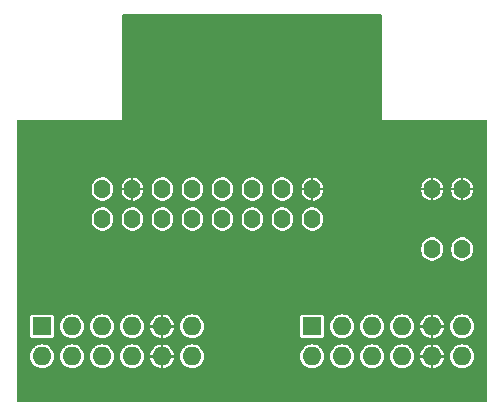
<source format=gbl>
G04 #@! TF.GenerationSoftware,KiCad,Pcbnew,7.0.1*
G04 #@! TF.CreationDate,2023-03-15T08:41:10+09:00*
G04 #@! TF.ProjectId,Pmod_HUB75,506d6f64-5f48-4554-9237-352e6b696361,rev?*
G04 #@! TF.SameCoordinates,Original*
G04 #@! TF.FileFunction,Copper,L2,Bot*
G04 #@! TF.FilePolarity,Positive*
%FSLAX46Y46*%
G04 Gerber Fmt 4.6, Leading zero omitted, Abs format (unit mm)*
G04 Created by KiCad (PCBNEW 7.0.1) date 2023-03-15 08:41:10*
%MOMM*%
%LPD*%
G01*
G04 APERTURE LIST*
G04 #@! TA.AperFunction,ComponentPad*
%ADD10R,1.600000X1.600000*%
G04 #@! TD*
G04 #@! TA.AperFunction,ComponentPad*
%ADD11O,1.600000X1.600000*%
G04 #@! TD*
G04 #@! TA.AperFunction,ComponentPad*
%ADD12O,1.400000X1.600000*%
G04 #@! TD*
G04 #@! TA.AperFunction,ViaPad*
%ADD13C,0.800000*%
G04 #@! TD*
G04 APERTURE END LIST*
D10*
G04 #@! TO.P,J1,1,Pin_1*
G04 #@! TO.N,/PMOD1_P1_D*
X5080000Y-34490000D03*
D11*
G04 #@! TO.P,J1,2,Pin_2*
G04 #@! TO.N,/PMOD1_P2_LAT*
X7620000Y-34490000D03*
G04 #@! TO.P,J1,3,Pin_3*
G04 #@! TO.N,unconnected-(J1-Pin_3-Pad3)*
X10160000Y-34490000D03*
G04 #@! TO.P,J1,4,Pin_4*
G04 #@! TO.N,unconnected-(J1-Pin_4-Pad4)*
X12700000Y-34490000D03*
G04 #@! TO.P,J1,5,Pin_5*
G04 #@! TO.N,GND*
X15240000Y-34490000D03*
G04 #@! TO.P,J1,6,Pin_6*
G04 #@! TO.N,+3V3*
X17780000Y-34490000D03*
G04 #@! TO.P,J1,7,Pin_7*
G04 #@! TO.N,/PMOD1_P7_A*
X5080000Y-37030000D03*
G04 #@! TO.P,J1,8,Pin_8*
G04 #@! TO.N,/PMOD1_P8_C*
X7620000Y-37030000D03*
G04 #@! TO.P,J1,9,Pin_9*
G04 #@! TO.N,/PMOD1_P9_CLK*
X10160000Y-37030000D03*
G04 #@! TO.P,J1,10,Pin_10*
G04 #@! TO.N,/PMOD1_P10_OE*
X12700000Y-37030000D03*
G04 #@! TO.P,J1,11,Pin_11*
G04 #@! TO.N,GND*
X15240000Y-37030000D03*
G04 #@! TO.P,J1,12,Pin_12*
G04 #@! TO.N,+3V3*
X17780000Y-37030000D03*
G04 #@! TD*
D12*
G04 #@! TO.P,J5,1,Pin_1*
G04 #@! TO.N,GND*
X15240000Y-22860000D03*
G04 #@! TO.P,J5,2,Pin_2*
X17780000Y-22860000D03*
G04 #@! TD*
G04 #@! TO.P,J3,1,Pin_1*
G04 #@! TO.N,/PMOD0_P1_R1*
X-12685000Y-25405000D03*
G04 #@! TO.P,J3,2,Pin_2*
G04 #@! TO.N,/PMOD0_P7_G1*
X-12685000Y-22865000D03*
G04 #@! TO.P,J3,3,Pin_3*
G04 #@! TO.N,/PMOD0_P2_B1*
X-10145000Y-25405000D03*
G04 #@! TO.P,J3,4,Pin_4*
G04 #@! TO.N,GND*
X-10145000Y-22865000D03*
G04 #@! TO.P,J3,5,Pin_5*
G04 #@! TO.N,/PMOD0_P3_R2*
X-7605000Y-25405000D03*
G04 #@! TO.P,J3,6,Pin_6*
G04 #@! TO.N,/PMOD0_P8_G2*
X-7605000Y-22865000D03*
G04 #@! TO.P,J3,7,Pin_7*
G04 #@! TO.N,/PMOD0_P4_B2*
X-5065000Y-25405000D03*
G04 #@! TO.P,J3,8,Pin_8*
G04 #@! TO.N,/PMOD0_P9_E*
X-5065000Y-22865000D03*
G04 #@! TO.P,J3,9,Pin_9*
G04 #@! TO.N,/PMOD1_P7_A*
X-2525000Y-25405000D03*
G04 #@! TO.P,J3,10,Pin_10*
G04 #@! TO.N,/PMOD0_P10_B*
X-2525000Y-22865000D03*
G04 #@! TO.P,J3,11,Pin_11*
G04 #@! TO.N,/PMOD1_P8_C*
X15000Y-25405000D03*
G04 #@! TO.P,J3,12,Pin_12*
G04 #@! TO.N,/PMOD1_P1_D*
X15000Y-22865000D03*
G04 #@! TO.P,J3,13,Pin_13*
G04 #@! TO.N,/PMOD1_P9_CLK*
X2555000Y-25405000D03*
G04 #@! TO.P,J3,14,Pin_14*
G04 #@! TO.N,/PMOD1_P2_LAT*
X2555000Y-22865000D03*
G04 #@! TO.P,J3,15,Pin_15*
G04 #@! TO.N,/PMOD1_P10_OE*
X5095000Y-25405000D03*
G04 #@! TO.P,J3,16,Pin_16*
G04 #@! TO.N,GND*
X5095000Y-22865000D03*
G04 #@! TD*
D10*
G04 #@! TO.P,J2,1,Pin_1*
G04 #@! TO.N,/PMOD0_P1_R1*
X-17780000Y-34490000D03*
D11*
G04 #@! TO.P,J2,2,Pin_2*
G04 #@! TO.N,/PMOD0_P2_B1*
X-15240000Y-34490000D03*
G04 #@! TO.P,J2,3,Pin_3*
G04 #@! TO.N,/PMOD0_P3_R2*
X-12700000Y-34490000D03*
G04 #@! TO.P,J2,4,Pin_4*
G04 #@! TO.N,/PMOD0_P4_B2*
X-10160000Y-34490000D03*
G04 #@! TO.P,J2,5,Pin_5*
G04 #@! TO.N,GND*
X-7620000Y-34490000D03*
G04 #@! TO.P,J2,6,Pin_6*
G04 #@! TO.N,+3V3*
X-5080000Y-34490000D03*
G04 #@! TO.P,J2,7,Pin_7*
G04 #@! TO.N,/PMOD0_P7_G1*
X-17780000Y-37030000D03*
G04 #@! TO.P,J2,8,Pin_8*
G04 #@! TO.N,/PMOD0_P8_G2*
X-15240000Y-37030000D03*
G04 #@! TO.P,J2,9,Pin_9*
G04 #@! TO.N,/PMOD0_P9_E*
X-12700000Y-37030000D03*
G04 #@! TO.P,J2,10,Pin_10*
G04 #@! TO.N,/PMOD0_P10_B*
X-10160000Y-37030000D03*
G04 #@! TO.P,J2,11,Pin_11*
G04 #@! TO.N,GND*
X-7620000Y-37030000D03*
G04 #@! TO.P,J2,12,Pin_12*
G04 #@! TO.N,+3V3*
X-5080000Y-37030000D03*
G04 #@! TD*
D12*
G04 #@! TO.P,J4,1,Pin_1*
G04 #@! TO.N,+3V3*
X15240000Y-27940000D03*
G04 #@! TO.P,J4,2,Pin_2*
X17780000Y-27940000D03*
G04 #@! TD*
D13*
G04 #@! TO.N,GND*
X8100000Y-21400000D03*
X-15100000Y-20600000D03*
X-8800000Y-20400000D03*
X-3600000Y-20400000D03*
X3900000Y-20400000D03*
X8400000Y-25600000D03*
X11500000Y-29000000D03*
X-18800000Y-21600000D03*
X-18800000Y-27600000D03*
X-13900000Y-30200000D03*
X-11600000Y-31500000D03*
X7500000Y-31400000D03*
X4000000Y-35900000D03*
X10500000Y-32600000D03*
X6600000Y-32800000D03*
X1000000Y-27300000D03*
X3400000Y-27300000D03*
X5300000Y-26900000D03*
X4500000Y-33000000D03*
X-400000Y-28700000D03*
X-1700000Y-29700000D03*
X-3300000Y-29600000D03*
X-10600000Y-26800000D03*
X-13200000Y-27000000D03*
X-13500000Y-32600000D03*
X-7100000Y-26900000D03*
X-10900000Y-33100000D03*
X-5800000Y-27700000D03*
X-4600000Y-28600000D03*
X-14000000Y-25600000D03*
X-17000000Y-30800000D03*
X-18100000Y-29700000D03*
G04 #@! TD*
G04 #@! TA.AperFunction,Conductor*
G04 #@! TO.N,GND*
G36*
X10950500Y-8088763D02*
G01*
X10986737Y-8125000D01*
X11000000Y-8174500D01*
X11000000Y-17000000D01*
X19825500Y-17000000D01*
X19875000Y-17013263D01*
X19911237Y-17049500D01*
X19924500Y-17099000D01*
X19924500Y-40825500D01*
X19911237Y-40875000D01*
X19875000Y-40911237D01*
X19825500Y-40924500D01*
X-19825500Y-40924500D01*
X-19875000Y-40911237D01*
X-19911237Y-40875000D01*
X-19924500Y-40825500D01*
X-19924500Y-37030000D01*
X-18785341Y-37030000D01*
X-18766024Y-37226132D01*
X-18708814Y-37414727D01*
X-18615910Y-37588538D01*
X-18490883Y-37740883D01*
X-18338538Y-37865910D01*
X-18164727Y-37958814D01*
X-17976132Y-38016024D01*
X-17780000Y-38035341D01*
X-17583868Y-38016024D01*
X-17489570Y-37987419D01*
X-17395272Y-37958814D01*
X-17221463Y-37865911D01*
X-17198298Y-37846900D01*
X-17069117Y-37740883D01*
X-16944090Y-37588538D01*
X-16944088Y-37588536D01*
X-16851185Y-37414727D01*
X-16793975Y-37226130D01*
X-16774658Y-37030000D01*
X-16245341Y-37030000D01*
X-16226024Y-37226132D01*
X-16168814Y-37414727D01*
X-16075910Y-37588538D01*
X-15950883Y-37740883D01*
X-15798538Y-37865910D01*
X-15624727Y-37958814D01*
X-15436132Y-38016024D01*
X-15240000Y-38035341D01*
X-15043868Y-38016024D01*
X-14949570Y-37987419D01*
X-14855272Y-37958814D01*
X-14681463Y-37865911D01*
X-14658298Y-37846900D01*
X-14529117Y-37740883D01*
X-14404090Y-37588538D01*
X-14404088Y-37588536D01*
X-14311185Y-37414727D01*
X-14253975Y-37226130D01*
X-14234658Y-37030000D01*
X-13705341Y-37030000D01*
X-13686024Y-37226132D01*
X-13628814Y-37414727D01*
X-13535910Y-37588538D01*
X-13410883Y-37740883D01*
X-13258538Y-37865910D01*
X-13084727Y-37958814D01*
X-12896132Y-38016024D01*
X-12700000Y-38035341D01*
X-12503868Y-38016024D01*
X-12409570Y-37987419D01*
X-12315272Y-37958814D01*
X-12141463Y-37865911D01*
X-12118298Y-37846900D01*
X-11989117Y-37740883D01*
X-11864090Y-37588538D01*
X-11864088Y-37588536D01*
X-11771185Y-37414727D01*
X-11713975Y-37226130D01*
X-11694658Y-37030000D01*
X-11165341Y-37030000D01*
X-11146024Y-37226132D01*
X-11088814Y-37414727D01*
X-10995910Y-37588538D01*
X-10870883Y-37740883D01*
X-10718538Y-37865910D01*
X-10544727Y-37958814D01*
X-10356132Y-38016024D01*
X-10160000Y-38035341D01*
X-9963868Y-38016024D01*
X-9869570Y-37987419D01*
X-9775272Y-37958814D01*
X-9601463Y-37865911D01*
X-9578298Y-37846900D01*
X-9449117Y-37740883D01*
X-9324090Y-37588538D01*
X-9324088Y-37588536D01*
X-9231185Y-37414727D01*
X-9173975Y-37226130D01*
X-9164507Y-37130000D01*
X-8614990Y-37130000D01*
X-8605530Y-37226034D01*
X-8548350Y-37414536D01*
X-8455495Y-37588254D01*
X-8330527Y-37740527D01*
X-8178254Y-37865495D01*
X-8004536Y-37958350D01*
X-7816034Y-38015530D01*
X-7720000Y-38024990D01*
X-7520000Y-38024990D01*
X-7423965Y-38015530D01*
X-7235463Y-37958350D01*
X-7061745Y-37865495D01*
X-6909472Y-37740527D01*
X-6784504Y-37588254D01*
X-6691649Y-37414536D01*
X-6634469Y-37226034D01*
X-6625010Y-37130000D01*
X-7519999Y-37130000D01*
X-7520000Y-37130001D01*
X-7520000Y-38024990D01*
X-7720000Y-38024990D01*
X-7720000Y-37130001D01*
X-7720001Y-37130000D01*
X-8614990Y-37130000D01*
X-9164507Y-37130000D01*
X-9154658Y-37030000D01*
X-6085341Y-37030000D01*
X-6066024Y-37226132D01*
X-6008814Y-37414727D01*
X-5915910Y-37588538D01*
X-5790883Y-37740883D01*
X-5638538Y-37865910D01*
X-5464727Y-37958814D01*
X-5276132Y-38016024D01*
X-5080000Y-38035341D01*
X-4883868Y-38016024D01*
X-4789570Y-37987419D01*
X-4695272Y-37958814D01*
X-4521463Y-37865911D01*
X-4498298Y-37846900D01*
X-4369117Y-37740883D01*
X-4244090Y-37588538D01*
X-4244088Y-37588536D01*
X-4151185Y-37414727D01*
X-4093975Y-37226130D01*
X-4074658Y-37029999D01*
X4074658Y-37029999D01*
X4093975Y-37226130D01*
X4151185Y-37414727D01*
X4244088Y-37588536D01*
X4244090Y-37588538D01*
X4369117Y-37740883D01*
X4498298Y-37846900D01*
X4521463Y-37865911D01*
X4695272Y-37958814D01*
X4789570Y-37987419D01*
X4883868Y-38016024D01*
X5080000Y-38035341D01*
X5276132Y-38016024D01*
X5464727Y-37958814D01*
X5638538Y-37865910D01*
X5790883Y-37740883D01*
X5915910Y-37588538D01*
X6008814Y-37414727D01*
X6066024Y-37226132D01*
X6085341Y-37030000D01*
X6085341Y-37029999D01*
X6614658Y-37029999D01*
X6633975Y-37226130D01*
X6691185Y-37414727D01*
X6784088Y-37588536D01*
X6784090Y-37588538D01*
X6909117Y-37740883D01*
X7038298Y-37846900D01*
X7061463Y-37865911D01*
X7235272Y-37958814D01*
X7329570Y-37987419D01*
X7423868Y-38016024D01*
X7620000Y-38035341D01*
X7816132Y-38016024D01*
X8004727Y-37958814D01*
X8178538Y-37865910D01*
X8330883Y-37740883D01*
X8455910Y-37588538D01*
X8548814Y-37414727D01*
X8606024Y-37226132D01*
X8625341Y-37030000D01*
X8625341Y-37029999D01*
X9154658Y-37029999D01*
X9173975Y-37226130D01*
X9231185Y-37414727D01*
X9324088Y-37588536D01*
X9324090Y-37588538D01*
X9449117Y-37740883D01*
X9578298Y-37846900D01*
X9601463Y-37865911D01*
X9775272Y-37958814D01*
X9869570Y-37987419D01*
X9963868Y-38016024D01*
X10160000Y-38035341D01*
X10356132Y-38016024D01*
X10544727Y-37958814D01*
X10718538Y-37865910D01*
X10870883Y-37740883D01*
X10995910Y-37588538D01*
X11088814Y-37414727D01*
X11146024Y-37226132D01*
X11165341Y-37030000D01*
X11165341Y-37029999D01*
X11694658Y-37029999D01*
X11713975Y-37226130D01*
X11771185Y-37414727D01*
X11864088Y-37588536D01*
X11864090Y-37588538D01*
X11989117Y-37740883D01*
X12118298Y-37846900D01*
X12141463Y-37865911D01*
X12315272Y-37958814D01*
X12409570Y-37987419D01*
X12503868Y-38016024D01*
X12700000Y-38035341D01*
X12896132Y-38016024D01*
X13084727Y-37958814D01*
X13258538Y-37865910D01*
X13410883Y-37740883D01*
X13535910Y-37588538D01*
X13628814Y-37414727D01*
X13686024Y-37226132D01*
X13695492Y-37130000D01*
X14245010Y-37130000D01*
X14254469Y-37226034D01*
X14311649Y-37414536D01*
X14404504Y-37588254D01*
X14529472Y-37740527D01*
X14681745Y-37865495D01*
X14855463Y-37958350D01*
X15043965Y-38015530D01*
X15140000Y-38024990D01*
X15340000Y-38024990D01*
X15436034Y-38015530D01*
X15624536Y-37958350D01*
X15798254Y-37865495D01*
X15950527Y-37740527D01*
X16075495Y-37588254D01*
X16168350Y-37414536D01*
X16225530Y-37226034D01*
X16234990Y-37130000D01*
X15340001Y-37130000D01*
X15340000Y-37130001D01*
X15340000Y-38024990D01*
X15140000Y-38024990D01*
X15140000Y-37130001D01*
X15139999Y-37130000D01*
X14245010Y-37130000D01*
X13695492Y-37130000D01*
X13705341Y-37030000D01*
X16774658Y-37030000D01*
X16793975Y-37226130D01*
X16851185Y-37414727D01*
X16944088Y-37588536D01*
X16944090Y-37588538D01*
X17069117Y-37740883D01*
X17198298Y-37846900D01*
X17221463Y-37865911D01*
X17395272Y-37958814D01*
X17489570Y-37987419D01*
X17583868Y-38016024D01*
X17780000Y-38035341D01*
X17976132Y-38016024D01*
X18164727Y-37958814D01*
X18338538Y-37865910D01*
X18490883Y-37740883D01*
X18615910Y-37588538D01*
X18708814Y-37414727D01*
X18766024Y-37226132D01*
X18785341Y-37030000D01*
X18766024Y-36833868D01*
X18708814Y-36645273D01*
X18708814Y-36645272D01*
X18615911Y-36471463D01*
X18596900Y-36448298D01*
X18490883Y-36319117D01*
X18384864Y-36232109D01*
X18338536Y-36194088D01*
X18164727Y-36101185D01*
X17976130Y-36043975D01*
X17780000Y-36024658D01*
X17583869Y-36043975D01*
X17395272Y-36101185D01*
X17221463Y-36194088D01*
X17069117Y-36319117D01*
X16944088Y-36471463D01*
X16851185Y-36645272D01*
X16793975Y-36833869D01*
X16774658Y-37030000D01*
X13705341Y-37030000D01*
X13695492Y-36930000D01*
X14245009Y-36930000D01*
X15139999Y-36930000D01*
X15140000Y-36929999D01*
X15140000Y-36035009D01*
X15339999Y-36035009D01*
X15340000Y-36035010D01*
X15340000Y-36929999D01*
X15340001Y-36930000D01*
X16234990Y-36930000D01*
X16225530Y-36833965D01*
X16168350Y-36645463D01*
X16075495Y-36471745D01*
X15950527Y-36319472D01*
X15798254Y-36194504D01*
X15624536Y-36101649D01*
X15436034Y-36044469D01*
X15339999Y-36035009D01*
X15140000Y-36035009D01*
X15043965Y-36044469D01*
X14855463Y-36101649D01*
X14681745Y-36194504D01*
X14529472Y-36319472D01*
X14404504Y-36471745D01*
X14311649Y-36645463D01*
X14254469Y-36833965D01*
X14245009Y-36930000D01*
X13695492Y-36930000D01*
X13686024Y-36833868D01*
X13628814Y-36645273D01*
X13628814Y-36645272D01*
X13535911Y-36471463D01*
X13516900Y-36448298D01*
X13410883Y-36319117D01*
X13304864Y-36232109D01*
X13258536Y-36194088D01*
X13084727Y-36101185D01*
X12896130Y-36043975D01*
X12700000Y-36024658D01*
X12503869Y-36043975D01*
X12315272Y-36101185D01*
X12141463Y-36194088D01*
X11989117Y-36319117D01*
X11864088Y-36471463D01*
X11771185Y-36645272D01*
X11713975Y-36833869D01*
X11694658Y-37029999D01*
X11165341Y-37029999D01*
X11146024Y-36833868D01*
X11088814Y-36645273D01*
X11088814Y-36645272D01*
X10995911Y-36471463D01*
X10976900Y-36448298D01*
X10870883Y-36319117D01*
X10764864Y-36232109D01*
X10718536Y-36194088D01*
X10544727Y-36101185D01*
X10356130Y-36043975D01*
X10160000Y-36024658D01*
X9963869Y-36043975D01*
X9775272Y-36101185D01*
X9601463Y-36194088D01*
X9449117Y-36319117D01*
X9324088Y-36471463D01*
X9231185Y-36645272D01*
X9173975Y-36833869D01*
X9154658Y-37029999D01*
X8625341Y-37029999D01*
X8606024Y-36833868D01*
X8548814Y-36645273D01*
X8548814Y-36645272D01*
X8455911Y-36471463D01*
X8436900Y-36448298D01*
X8330883Y-36319117D01*
X8224864Y-36232109D01*
X8178536Y-36194088D01*
X8004727Y-36101185D01*
X7816130Y-36043975D01*
X7620000Y-36024658D01*
X7423869Y-36043975D01*
X7235272Y-36101185D01*
X7061463Y-36194088D01*
X6909117Y-36319117D01*
X6784088Y-36471463D01*
X6691185Y-36645272D01*
X6633975Y-36833869D01*
X6614658Y-37029999D01*
X6085341Y-37029999D01*
X6066024Y-36833868D01*
X6008814Y-36645273D01*
X6008814Y-36645272D01*
X5915911Y-36471463D01*
X5896900Y-36448298D01*
X5790883Y-36319117D01*
X5684864Y-36232109D01*
X5638536Y-36194088D01*
X5464727Y-36101185D01*
X5276130Y-36043975D01*
X5080000Y-36024658D01*
X4883869Y-36043975D01*
X4695272Y-36101185D01*
X4521463Y-36194088D01*
X4369117Y-36319117D01*
X4244088Y-36471463D01*
X4151185Y-36645272D01*
X4093975Y-36833869D01*
X4074658Y-37029999D01*
X-4074658Y-37029999D01*
X-4093975Y-36833869D01*
X-4151185Y-36645272D01*
X-4244088Y-36471463D01*
X-4369117Y-36319117D01*
X-4521463Y-36194088D01*
X-4695272Y-36101185D01*
X-4883869Y-36043975D01*
X-5080000Y-36024658D01*
X-5276130Y-36043975D01*
X-5464727Y-36101185D01*
X-5638536Y-36194088D01*
X-5684864Y-36232109D01*
X-5790883Y-36319117D01*
X-5896900Y-36448298D01*
X-5915911Y-36471463D01*
X-6008814Y-36645272D01*
X-6008814Y-36645273D01*
X-6066024Y-36833868D01*
X-6085341Y-37030000D01*
X-9154658Y-37030000D01*
X-9154658Y-37029999D01*
X-9164507Y-36930000D01*
X-8614990Y-36930000D01*
X-7720001Y-36930000D01*
X-7720000Y-36929999D01*
X-7720000Y-36035010D01*
X-7719999Y-36035009D01*
X-7520000Y-36035009D01*
X-7520000Y-36929999D01*
X-7519999Y-36930000D01*
X-6625009Y-36930000D01*
X-6634469Y-36833965D01*
X-6691649Y-36645463D01*
X-6784504Y-36471745D01*
X-6909472Y-36319472D01*
X-7061745Y-36194504D01*
X-7235463Y-36101649D01*
X-7423965Y-36044469D01*
X-7520000Y-36035009D01*
X-7719999Y-36035009D01*
X-7816034Y-36044469D01*
X-8004536Y-36101649D01*
X-8178254Y-36194504D01*
X-8330527Y-36319472D01*
X-8455495Y-36471745D01*
X-8548350Y-36645463D01*
X-8605530Y-36833965D01*
X-8614990Y-36930000D01*
X-9164507Y-36930000D01*
X-9173975Y-36833869D01*
X-9231185Y-36645272D01*
X-9324088Y-36471463D01*
X-9449117Y-36319117D01*
X-9601463Y-36194088D01*
X-9775272Y-36101185D01*
X-9963869Y-36043975D01*
X-10160000Y-36024658D01*
X-10356130Y-36043975D01*
X-10544727Y-36101185D01*
X-10718536Y-36194088D01*
X-10764864Y-36232109D01*
X-10870883Y-36319117D01*
X-10976900Y-36448298D01*
X-10995911Y-36471463D01*
X-11088814Y-36645272D01*
X-11088814Y-36645273D01*
X-11146024Y-36833868D01*
X-11165341Y-37030000D01*
X-11694658Y-37030000D01*
X-11694658Y-37029999D01*
X-11713975Y-36833869D01*
X-11771185Y-36645272D01*
X-11864088Y-36471463D01*
X-11989117Y-36319117D01*
X-12141463Y-36194088D01*
X-12315272Y-36101185D01*
X-12503869Y-36043975D01*
X-12700000Y-36024658D01*
X-12896130Y-36043975D01*
X-13084727Y-36101185D01*
X-13258536Y-36194088D01*
X-13304864Y-36232109D01*
X-13410883Y-36319117D01*
X-13516900Y-36448298D01*
X-13535911Y-36471463D01*
X-13628814Y-36645272D01*
X-13628814Y-36645273D01*
X-13686024Y-36833868D01*
X-13705341Y-37030000D01*
X-14234658Y-37030000D01*
X-14253975Y-36833869D01*
X-14311185Y-36645272D01*
X-14404088Y-36471463D01*
X-14529117Y-36319117D01*
X-14681463Y-36194088D01*
X-14855272Y-36101185D01*
X-15043869Y-36043975D01*
X-15240000Y-36024658D01*
X-15436130Y-36043975D01*
X-15624727Y-36101185D01*
X-15798536Y-36194088D01*
X-15844864Y-36232109D01*
X-15950883Y-36319117D01*
X-16056900Y-36448298D01*
X-16075911Y-36471463D01*
X-16168814Y-36645272D01*
X-16168814Y-36645273D01*
X-16226024Y-36833868D01*
X-16245341Y-37030000D01*
X-16774658Y-37030000D01*
X-16793975Y-36833869D01*
X-16851185Y-36645272D01*
X-16944088Y-36471463D01*
X-17069117Y-36319117D01*
X-17221463Y-36194088D01*
X-17395272Y-36101185D01*
X-17583869Y-36043975D01*
X-17780000Y-36024658D01*
X-17976130Y-36043975D01*
X-18164727Y-36101185D01*
X-18338536Y-36194088D01*
X-18384864Y-36232109D01*
X-18490883Y-36319117D01*
X-18596900Y-36448298D01*
X-18615911Y-36471463D01*
X-18708814Y-36645272D01*
X-18708814Y-36645273D01*
X-18766024Y-36833868D01*
X-18785341Y-37030000D01*
X-19924500Y-37030000D01*
X-19924500Y-35309748D01*
X-18780500Y-35309748D01*
X-18768867Y-35368231D01*
X-18724552Y-35434552D01*
X-18658231Y-35478867D01*
X-18599748Y-35490500D01*
X-16960253Y-35490500D01*
X-16960252Y-35490500D01*
X-16901769Y-35478867D01*
X-16879762Y-35464162D01*
X-16835447Y-35434552D01*
X-16791133Y-35368231D01*
X-16779500Y-35309747D01*
X-16779500Y-34490000D01*
X-16245341Y-34490000D01*
X-16226024Y-34686132D01*
X-16168814Y-34874727D01*
X-16075910Y-35048538D01*
X-15950883Y-35200883D01*
X-15798538Y-35325910D01*
X-15624727Y-35418814D01*
X-15436132Y-35476024D01*
X-15240000Y-35495341D01*
X-15043868Y-35476024D01*
X-14949570Y-35447419D01*
X-14855272Y-35418814D01*
X-14681463Y-35325911D01*
X-14658298Y-35306900D01*
X-14529117Y-35200883D01*
X-14404090Y-35048538D01*
X-14404088Y-35048536D01*
X-14311185Y-34874727D01*
X-14253975Y-34686130D01*
X-14234658Y-34490000D01*
X-13705341Y-34490000D01*
X-13686024Y-34686132D01*
X-13628814Y-34874727D01*
X-13535910Y-35048538D01*
X-13410883Y-35200883D01*
X-13258538Y-35325910D01*
X-13084727Y-35418814D01*
X-12896132Y-35476024D01*
X-12700000Y-35495341D01*
X-12503868Y-35476024D01*
X-12409570Y-35447419D01*
X-12315272Y-35418814D01*
X-12141463Y-35325911D01*
X-12118298Y-35306900D01*
X-11989117Y-35200883D01*
X-11864090Y-35048538D01*
X-11864088Y-35048536D01*
X-11771185Y-34874727D01*
X-11713975Y-34686130D01*
X-11694658Y-34490000D01*
X-11165341Y-34490000D01*
X-11146024Y-34686132D01*
X-11088814Y-34874727D01*
X-10995910Y-35048538D01*
X-10870883Y-35200883D01*
X-10718538Y-35325910D01*
X-10544727Y-35418814D01*
X-10356132Y-35476024D01*
X-10160000Y-35495341D01*
X-9963868Y-35476024D01*
X-9869570Y-35447419D01*
X-9775272Y-35418814D01*
X-9601463Y-35325911D01*
X-9578298Y-35306900D01*
X-9449117Y-35200883D01*
X-9324090Y-35048538D01*
X-9324088Y-35048536D01*
X-9231185Y-34874727D01*
X-9173975Y-34686130D01*
X-9164507Y-34590000D01*
X-8614990Y-34590000D01*
X-8605530Y-34686034D01*
X-8548350Y-34874536D01*
X-8455495Y-35048254D01*
X-8330527Y-35200527D01*
X-8178254Y-35325495D01*
X-8004536Y-35418350D01*
X-7816034Y-35475530D01*
X-7720000Y-35484990D01*
X-7520000Y-35484990D01*
X-7423965Y-35475530D01*
X-7235463Y-35418350D01*
X-7061745Y-35325495D01*
X-6909472Y-35200527D01*
X-6784504Y-35048254D01*
X-6691649Y-34874536D01*
X-6634469Y-34686034D01*
X-6625010Y-34590000D01*
X-7519999Y-34590000D01*
X-7520000Y-34590001D01*
X-7520000Y-35484990D01*
X-7720000Y-35484990D01*
X-7720000Y-34590001D01*
X-7720001Y-34590000D01*
X-8614990Y-34590000D01*
X-9164507Y-34590000D01*
X-9154658Y-34490000D01*
X-6085341Y-34490000D01*
X-6066024Y-34686132D01*
X-6008814Y-34874727D01*
X-5915910Y-35048538D01*
X-5790883Y-35200883D01*
X-5638538Y-35325910D01*
X-5464727Y-35418814D01*
X-5276132Y-35476024D01*
X-5080000Y-35495341D01*
X-4883868Y-35476024D01*
X-4789570Y-35447419D01*
X-4695272Y-35418814D01*
X-4521463Y-35325911D01*
X-4501767Y-35309747D01*
X4079500Y-35309747D01*
X4091133Y-35368231D01*
X4135447Y-35434552D01*
X4179762Y-35464162D01*
X4201769Y-35478867D01*
X4260252Y-35490500D01*
X5899747Y-35490500D01*
X5899748Y-35490500D01*
X5958231Y-35478867D01*
X6024552Y-35434552D01*
X6068867Y-35368231D01*
X6080500Y-35309748D01*
X6080500Y-34490000D01*
X6614658Y-34490000D01*
X6633975Y-34686130D01*
X6691185Y-34874727D01*
X6784088Y-35048536D01*
X6784090Y-35048538D01*
X6909117Y-35200883D01*
X7038298Y-35306900D01*
X7061463Y-35325911D01*
X7235272Y-35418814D01*
X7329570Y-35447419D01*
X7423868Y-35476024D01*
X7620000Y-35495341D01*
X7816132Y-35476024D01*
X8004727Y-35418814D01*
X8178538Y-35325910D01*
X8330883Y-35200883D01*
X8455910Y-35048538D01*
X8548814Y-34874727D01*
X8606024Y-34686132D01*
X8625341Y-34490000D01*
X9154658Y-34490000D01*
X9173975Y-34686130D01*
X9231185Y-34874727D01*
X9324088Y-35048536D01*
X9324090Y-35048538D01*
X9449117Y-35200883D01*
X9578298Y-35306900D01*
X9601463Y-35325911D01*
X9775272Y-35418814D01*
X9869570Y-35447419D01*
X9963868Y-35476024D01*
X10160000Y-35495341D01*
X10356132Y-35476024D01*
X10544727Y-35418814D01*
X10718538Y-35325910D01*
X10870883Y-35200883D01*
X10995910Y-35048538D01*
X11088814Y-34874727D01*
X11146024Y-34686132D01*
X11165341Y-34490000D01*
X11694658Y-34490000D01*
X11713975Y-34686130D01*
X11771185Y-34874727D01*
X11864088Y-35048536D01*
X11864090Y-35048538D01*
X11989117Y-35200883D01*
X12118298Y-35306900D01*
X12141463Y-35325911D01*
X12315272Y-35418814D01*
X12409570Y-35447419D01*
X12503868Y-35476024D01*
X12700000Y-35495341D01*
X12896132Y-35476024D01*
X13084727Y-35418814D01*
X13258538Y-35325910D01*
X13410883Y-35200883D01*
X13535910Y-35048538D01*
X13628814Y-34874727D01*
X13686024Y-34686132D01*
X13695492Y-34590000D01*
X14245010Y-34590000D01*
X14254469Y-34686034D01*
X14311649Y-34874536D01*
X14404504Y-35048254D01*
X14529472Y-35200527D01*
X14681745Y-35325495D01*
X14855463Y-35418350D01*
X15043965Y-35475530D01*
X15140000Y-35484990D01*
X15340000Y-35484990D01*
X15436034Y-35475530D01*
X15624536Y-35418350D01*
X15798254Y-35325495D01*
X15950527Y-35200527D01*
X16075495Y-35048254D01*
X16168350Y-34874536D01*
X16225530Y-34686034D01*
X16234990Y-34590000D01*
X15340001Y-34590000D01*
X15340000Y-34590001D01*
X15340000Y-35484990D01*
X15140000Y-35484990D01*
X15140000Y-34590001D01*
X15139999Y-34590000D01*
X14245010Y-34590000D01*
X13695492Y-34590000D01*
X13705341Y-34490000D01*
X13705341Y-34489999D01*
X16774658Y-34489999D01*
X16793975Y-34686130D01*
X16851185Y-34874727D01*
X16944088Y-35048536D01*
X16944090Y-35048538D01*
X17069117Y-35200883D01*
X17198298Y-35306900D01*
X17221463Y-35325911D01*
X17395272Y-35418814D01*
X17489570Y-35447419D01*
X17583868Y-35476024D01*
X17780000Y-35495341D01*
X17976132Y-35476024D01*
X18164727Y-35418814D01*
X18338538Y-35325910D01*
X18490883Y-35200883D01*
X18615910Y-35048538D01*
X18708814Y-34874727D01*
X18766024Y-34686132D01*
X18785341Y-34490000D01*
X18766024Y-34293868D01*
X18708814Y-34105273D01*
X18708814Y-34105272D01*
X18615911Y-33931463D01*
X18596900Y-33908298D01*
X18490883Y-33779117D01*
X18358233Y-33670253D01*
X18338536Y-33654088D01*
X18164727Y-33561185D01*
X17976130Y-33503975D01*
X17780000Y-33484658D01*
X17583869Y-33503975D01*
X17395272Y-33561185D01*
X17221463Y-33654088D01*
X17069117Y-33779117D01*
X16944088Y-33931463D01*
X16851185Y-34105272D01*
X16793975Y-34293869D01*
X16774658Y-34489999D01*
X13705341Y-34489999D01*
X13695492Y-34390000D01*
X14245009Y-34390000D01*
X15139999Y-34390000D01*
X15140000Y-34389999D01*
X15140000Y-33495009D01*
X15339999Y-33495009D01*
X15340000Y-33495010D01*
X15340000Y-34389999D01*
X15340001Y-34390000D01*
X16234990Y-34390000D01*
X16225530Y-34293965D01*
X16168350Y-34105463D01*
X16075495Y-33931745D01*
X15950527Y-33779472D01*
X15798254Y-33654504D01*
X15624536Y-33561649D01*
X15436034Y-33504469D01*
X15339999Y-33495009D01*
X15140000Y-33495009D01*
X15043965Y-33504469D01*
X14855463Y-33561649D01*
X14681745Y-33654504D01*
X14529472Y-33779472D01*
X14404504Y-33931745D01*
X14311649Y-34105463D01*
X14254469Y-34293965D01*
X14245009Y-34390000D01*
X13695492Y-34390000D01*
X13686024Y-34293868D01*
X13628814Y-34105273D01*
X13628814Y-34105272D01*
X13535911Y-33931463D01*
X13516900Y-33908298D01*
X13410883Y-33779117D01*
X13278233Y-33670253D01*
X13258536Y-33654088D01*
X13084727Y-33561185D01*
X12896130Y-33503975D01*
X12700000Y-33484658D01*
X12503869Y-33503975D01*
X12315272Y-33561185D01*
X12141463Y-33654088D01*
X11989117Y-33779117D01*
X11864088Y-33931463D01*
X11771185Y-34105272D01*
X11713975Y-34293869D01*
X11694658Y-34490000D01*
X11165341Y-34490000D01*
X11146024Y-34293868D01*
X11088814Y-34105273D01*
X11088814Y-34105272D01*
X10995911Y-33931463D01*
X10976900Y-33908298D01*
X10870883Y-33779117D01*
X10738233Y-33670253D01*
X10718536Y-33654088D01*
X10544727Y-33561185D01*
X10356130Y-33503975D01*
X10160000Y-33484658D01*
X9963869Y-33503975D01*
X9775272Y-33561185D01*
X9601463Y-33654088D01*
X9449117Y-33779117D01*
X9324088Y-33931463D01*
X9231185Y-34105272D01*
X9173975Y-34293869D01*
X9154658Y-34490000D01*
X8625341Y-34490000D01*
X8606024Y-34293868D01*
X8548814Y-34105273D01*
X8548814Y-34105272D01*
X8455911Y-33931463D01*
X8436900Y-33908298D01*
X8330883Y-33779117D01*
X8198233Y-33670253D01*
X8178536Y-33654088D01*
X8004727Y-33561185D01*
X7816130Y-33503975D01*
X7620000Y-33484658D01*
X7423869Y-33503975D01*
X7235272Y-33561185D01*
X7061463Y-33654088D01*
X6909117Y-33779117D01*
X6784088Y-33931463D01*
X6691185Y-34105272D01*
X6633975Y-34293869D01*
X6614658Y-34490000D01*
X6080500Y-34490000D01*
X6080500Y-33670252D01*
X6068867Y-33611769D01*
X6054162Y-33589761D01*
X6024552Y-33545447D01*
X5958231Y-33501133D01*
X5899748Y-33489500D01*
X4260252Y-33489500D01*
X4232556Y-33495009D01*
X4201768Y-33501133D01*
X4135447Y-33545447D01*
X4091133Y-33611768D01*
X4091132Y-33611769D01*
X4091133Y-33611769D01*
X4082633Y-33654504D01*
X4079500Y-33670253D01*
X4079500Y-35309747D01*
X-4501767Y-35309747D01*
X-4498298Y-35306900D01*
X-4369117Y-35200883D01*
X-4244090Y-35048538D01*
X-4244088Y-35048536D01*
X-4151185Y-34874727D01*
X-4093975Y-34686130D01*
X-4074658Y-34490000D01*
X-4093975Y-34293869D01*
X-4151185Y-34105272D01*
X-4244088Y-33931463D01*
X-4369117Y-33779117D01*
X-4521463Y-33654088D01*
X-4695272Y-33561185D01*
X-4883869Y-33503975D01*
X-5080000Y-33484658D01*
X-5276130Y-33503975D01*
X-5464727Y-33561185D01*
X-5638536Y-33654088D01*
X-5658233Y-33670253D01*
X-5790883Y-33779117D01*
X-5896900Y-33908298D01*
X-5915911Y-33931463D01*
X-6008814Y-34105272D01*
X-6008814Y-34105273D01*
X-6066024Y-34293868D01*
X-6085341Y-34490000D01*
X-9154658Y-34490000D01*
X-9164507Y-34390000D01*
X-8614990Y-34390000D01*
X-7720001Y-34390000D01*
X-7720000Y-34389999D01*
X-7720000Y-33495010D01*
X-7719999Y-33495009D01*
X-7520000Y-33495009D01*
X-7520000Y-34389999D01*
X-7519999Y-34390000D01*
X-6625009Y-34390000D01*
X-6634469Y-34293965D01*
X-6691649Y-34105463D01*
X-6784504Y-33931745D01*
X-6909472Y-33779472D01*
X-7061745Y-33654504D01*
X-7235463Y-33561649D01*
X-7423965Y-33504469D01*
X-7520000Y-33495009D01*
X-7719999Y-33495009D01*
X-7816034Y-33504469D01*
X-8004536Y-33561649D01*
X-8178254Y-33654504D01*
X-8330527Y-33779472D01*
X-8455495Y-33931745D01*
X-8548350Y-34105463D01*
X-8605530Y-34293965D01*
X-8614990Y-34390000D01*
X-9164507Y-34390000D01*
X-9173975Y-34293869D01*
X-9231185Y-34105272D01*
X-9324088Y-33931463D01*
X-9449117Y-33779117D01*
X-9601463Y-33654088D01*
X-9775272Y-33561185D01*
X-9963869Y-33503975D01*
X-10160000Y-33484658D01*
X-10356130Y-33503975D01*
X-10544727Y-33561185D01*
X-10718536Y-33654088D01*
X-10738233Y-33670253D01*
X-10870883Y-33779117D01*
X-10976900Y-33908298D01*
X-10995911Y-33931463D01*
X-11088814Y-34105272D01*
X-11088814Y-34105273D01*
X-11146024Y-34293868D01*
X-11165341Y-34490000D01*
X-11694658Y-34490000D01*
X-11713975Y-34293869D01*
X-11771185Y-34105272D01*
X-11864088Y-33931463D01*
X-11989117Y-33779117D01*
X-12141463Y-33654088D01*
X-12315272Y-33561185D01*
X-12503869Y-33503975D01*
X-12700000Y-33484658D01*
X-12896130Y-33503975D01*
X-13084727Y-33561185D01*
X-13258536Y-33654088D01*
X-13278233Y-33670253D01*
X-13410883Y-33779117D01*
X-13516900Y-33908298D01*
X-13535911Y-33931463D01*
X-13628814Y-34105272D01*
X-13628814Y-34105273D01*
X-13686024Y-34293868D01*
X-13705341Y-34490000D01*
X-14234658Y-34490000D01*
X-14234658Y-34489999D01*
X-14253975Y-34293869D01*
X-14311185Y-34105272D01*
X-14404088Y-33931463D01*
X-14529117Y-33779117D01*
X-14681463Y-33654088D01*
X-14855272Y-33561185D01*
X-15043869Y-33503975D01*
X-15240000Y-33484658D01*
X-15436130Y-33503975D01*
X-15624727Y-33561185D01*
X-15798536Y-33654088D01*
X-15818233Y-33670253D01*
X-15950883Y-33779117D01*
X-16056900Y-33908298D01*
X-16075911Y-33931463D01*
X-16168814Y-34105272D01*
X-16168814Y-34105273D01*
X-16226024Y-34293868D01*
X-16245341Y-34490000D01*
X-16779500Y-34490000D01*
X-16779500Y-33670253D01*
X-16782633Y-33654504D01*
X-16791133Y-33611769D01*
X-16791132Y-33611769D01*
X-16791133Y-33611768D01*
X-16835447Y-33545447D01*
X-16901768Y-33501133D01*
X-16932556Y-33495009D01*
X-16960252Y-33489500D01*
X-18599748Y-33489500D01*
X-18658231Y-33501133D01*
X-18724552Y-33545447D01*
X-18754162Y-33589761D01*
X-18768867Y-33611769D01*
X-18780500Y-33670252D01*
X-18780500Y-35309748D01*
X-19924500Y-35309748D01*
X-19924500Y-28087189D01*
X14339500Y-28087189D01*
X14354326Y-28228255D01*
X14412821Y-28408284D01*
X14507468Y-28572218D01*
X14634126Y-28712886D01*
X14634129Y-28712888D01*
X14787270Y-28824151D01*
X14960197Y-28901144D01*
X15145354Y-28940500D01*
X15334644Y-28940500D01*
X15334646Y-28940500D01*
X15519803Y-28901144D01*
X15692730Y-28824151D01*
X15845871Y-28712888D01*
X15972533Y-28572216D01*
X16067179Y-28408284D01*
X16125674Y-28228256D01*
X16140500Y-28087192D01*
X16140500Y-28087189D01*
X16879500Y-28087189D01*
X16894326Y-28228255D01*
X16952821Y-28408284D01*
X17047468Y-28572218D01*
X17174126Y-28712886D01*
X17174129Y-28712888D01*
X17327270Y-28824151D01*
X17500197Y-28901144D01*
X17685354Y-28940500D01*
X17874644Y-28940500D01*
X17874646Y-28940500D01*
X18059803Y-28901144D01*
X18232730Y-28824151D01*
X18385871Y-28712888D01*
X18512533Y-28572216D01*
X18607179Y-28408284D01*
X18665674Y-28228256D01*
X18680500Y-28087192D01*
X18680500Y-27792808D01*
X18665674Y-27651744D01*
X18607179Y-27471716D01*
X18512533Y-27307784D01*
X18512532Y-27307783D01*
X18512531Y-27307781D01*
X18385873Y-27167113D01*
X18309300Y-27111480D01*
X18232730Y-27055849D01*
X18232728Y-27055848D01*
X18059804Y-26978856D01*
X17998083Y-26965737D01*
X17874646Y-26939500D01*
X17685354Y-26939500D01*
X17592775Y-26959177D01*
X17500195Y-26978856D01*
X17327271Y-27055848D01*
X17174126Y-27167113D01*
X17047468Y-27307781D01*
X16952821Y-27471715D01*
X16894326Y-27651744D01*
X16879500Y-27792811D01*
X16879500Y-28087189D01*
X16140500Y-28087189D01*
X16140500Y-27792808D01*
X16125674Y-27651744D01*
X16067179Y-27471716D01*
X15972533Y-27307784D01*
X15972532Y-27307783D01*
X15972531Y-27307781D01*
X15845873Y-27167113D01*
X15769300Y-27111480D01*
X15692730Y-27055849D01*
X15692728Y-27055848D01*
X15519804Y-26978856D01*
X15458083Y-26965737D01*
X15334646Y-26939500D01*
X15145354Y-26939500D01*
X15052775Y-26959177D01*
X14960195Y-26978856D01*
X14787271Y-27055848D01*
X14634126Y-27167113D01*
X14507468Y-27307781D01*
X14412821Y-27471715D01*
X14354326Y-27651744D01*
X14339500Y-27792811D01*
X14339500Y-28087189D01*
X-19924500Y-28087189D01*
X-19924500Y-25552192D01*
X-13585500Y-25552192D01*
X-13570674Y-25693256D01*
X-13512179Y-25873284D01*
X-13417533Y-26037216D01*
X-13290871Y-26177888D01*
X-13137730Y-26289151D01*
X-12964803Y-26366144D01*
X-12779646Y-26405500D01*
X-12590356Y-26405500D01*
X-12590354Y-26405500D01*
X-12405197Y-26366144D01*
X-12232270Y-26289151D01*
X-12079129Y-26177888D01*
X-12079126Y-26177886D01*
X-11952468Y-26037218D01*
X-11857821Y-25873284D01*
X-11799326Y-25693255D01*
X-11784500Y-25552192D01*
X-11045500Y-25552192D01*
X-11030674Y-25693256D01*
X-10972179Y-25873284D01*
X-10877533Y-26037216D01*
X-10750871Y-26177888D01*
X-10597730Y-26289151D01*
X-10424803Y-26366144D01*
X-10239646Y-26405500D01*
X-10050356Y-26405500D01*
X-10050354Y-26405500D01*
X-9865197Y-26366144D01*
X-9692270Y-26289151D01*
X-9539129Y-26177888D01*
X-9539126Y-26177886D01*
X-9412468Y-26037218D01*
X-9317821Y-25873284D01*
X-9259326Y-25693255D01*
X-9244500Y-25552192D01*
X-8505500Y-25552192D01*
X-8490674Y-25693256D01*
X-8432179Y-25873284D01*
X-8337533Y-26037216D01*
X-8210871Y-26177888D01*
X-8057730Y-26289151D01*
X-7884803Y-26366144D01*
X-7699646Y-26405500D01*
X-7510356Y-26405500D01*
X-7510354Y-26405500D01*
X-7325197Y-26366144D01*
X-7152270Y-26289151D01*
X-6999129Y-26177888D01*
X-6999126Y-26177886D01*
X-6872468Y-26037218D01*
X-6777821Y-25873284D01*
X-6719326Y-25693255D01*
X-6704500Y-25552192D01*
X-5965500Y-25552192D01*
X-5950674Y-25693256D01*
X-5892179Y-25873284D01*
X-5797533Y-26037216D01*
X-5670871Y-26177888D01*
X-5517730Y-26289151D01*
X-5344803Y-26366144D01*
X-5159646Y-26405500D01*
X-4970356Y-26405500D01*
X-4970354Y-26405500D01*
X-4785197Y-26366144D01*
X-4612270Y-26289151D01*
X-4459129Y-26177888D01*
X-4459126Y-26177886D01*
X-4332468Y-26037218D01*
X-4237821Y-25873284D01*
X-4179326Y-25693255D01*
X-4164500Y-25552192D01*
X-3425500Y-25552192D01*
X-3410674Y-25693256D01*
X-3352179Y-25873284D01*
X-3257533Y-26037216D01*
X-3130871Y-26177888D01*
X-2977730Y-26289151D01*
X-2804803Y-26366144D01*
X-2619646Y-26405500D01*
X-2430356Y-26405500D01*
X-2430354Y-26405500D01*
X-2245197Y-26366144D01*
X-2072270Y-26289151D01*
X-1919129Y-26177888D01*
X-1919126Y-26177886D01*
X-1792468Y-26037218D01*
X-1697821Y-25873284D01*
X-1639326Y-25693255D01*
X-1624500Y-25552192D01*
X-885500Y-25552192D01*
X-870674Y-25693256D01*
X-812179Y-25873284D01*
X-717533Y-26037216D01*
X-590871Y-26177888D01*
X-437730Y-26289151D01*
X-264803Y-26366144D01*
X-79646Y-26405500D01*
X109644Y-26405500D01*
X109646Y-26405500D01*
X294803Y-26366144D01*
X467730Y-26289151D01*
X620871Y-26177888D01*
X747533Y-26037216D01*
X842179Y-25873284D01*
X900674Y-25693256D01*
X915500Y-25552192D01*
X915500Y-25552189D01*
X1654500Y-25552189D01*
X1669326Y-25693255D01*
X1727821Y-25873284D01*
X1822468Y-26037218D01*
X1949126Y-26177886D01*
X1949129Y-26177888D01*
X2102270Y-26289151D01*
X2275197Y-26366144D01*
X2460354Y-26405500D01*
X2649644Y-26405500D01*
X2649646Y-26405500D01*
X2834803Y-26366144D01*
X3007730Y-26289151D01*
X3160871Y-26177888D01*
X3287533Y-26037216D01*
X3382179Y-25873284D01*
X3440674Y-25693256D01*
X3455500Y-25552192D01*
X3455500Y-25552189D01*
X4194500Y-25552189D01*
X4209326Y-25693255D01*
X4267821Y-25873284D01*
X4362468Y-26037218D01*
X4489126Y-26177886D01*
X4489129Y-26177888D01*
X4642270Y-26289151D01*
X4815197Y-26366144D01*
X5000354Y-26405500D01*
X5189644Y-26405500D01*
X5189646Y-26405500D01*
X5374803Y-26366144D01*
X5547730Y-26289151D01*
X5700871Y-26177888D01*
X5827533Y-26037216D01*
X5922179Y-25873284D01*
X5980674Y-25693256D01*
X5995500Y-25552192D01*
X5995500Y-25257808D01*
X5980674Y-25116744D01*
X5922179Y-24936716D01*
X5827533Y-24772784D01*
X5827532Y-24772783D01*
X5827531Y-24772781D01*
X5700873Y-24632113D01*
X5624300Y-24576480D01*
X5547730Y-24520849D01*
X5547728Y-24520848D01*
X5374804Y-24443856D01*
X5313084Y-24430737D01*
X5189646Y-24404500D01*
X5000354Y-24404500D01*
X4907775Y-24424178D01*
X4815195Y-24443856D01*
X4642271Y-24520848D01*
X4489126Y-24632113D01*
X4362468Y-24772781D01*
X4267821Y-24936715D01*
X4209326Y-25116744D01*
X4194500Y-25257811D01*
X4194500Y-25552189D01*
X3455500Y-25552189D01*
X3455500Y-25257808D01*
X3440674Y-25116744D01*
X3382179Y-24936716D01*
X3287533Y-24772784D01*
X3287532Y-24772783D01*
X3287531Y-24772781D01*
X3160873Y-24632113D01*
X3084300Y-24576480D01*
X3007730Y-24520849D01*
X3007728Y-24520848D01*
X2834804Y-24443856D01*
X2773084Y-24430737D01*
X2649646Y-24404500D01*
X2460354Y-24404500D01*
X2367775Y-24424178D01*
X2275195Y-24443856D01*
X2102271Y-24520848D01*
X1949126Y-24632113D01*
X1822468Y-24772781D01*
X1727821Y-24936715D01*
X1669326Y-25116744D01*
X1654500Y-25257811D01*
X1654500Y-25552189D01*
X915500Y-25552189D01*
X915500Y-25257808D01*
X900674Y-25116744D01*
X842179Y-24936716D01*
X747533Y-24772784D01*
X747532Y-24772783D01*
X747531Y-24772781D01*
X620873Y-24632113D01*
X544300Y-24576480D01*
X467730Y-24520849D01*
X467728Y-24520848D01*
X294804Y-24443856D01*
X233084Y-24430737D01*
X109646Y-24404500D01*
X-79646Y-24404500D01*
X-203084Y-24430737D01*
X-264804Y-24443856D01*
X-437728Y-24520848D01*
X-437730Y-24520849D01*
X-514300Y-24576480D01*
X-590873Y-24632113D01*
X-717531Y-24772781D01*
X-717532Y-24772783D01*
X-717533Y-24772784D01*
X-812179Y-24936716D01*
X-870674Y-25116744D01*
X-885500Y-25257808D01*
X-885500Y-25552192D01*
X-1624500Y-25552192D01*
X-1624500Y-25552189D01*
X-1624500Y-25257811D01*
X-1639326Y-25116744D01*
X-1697821Y-24936715D01*
X-1792468Y-24772781D01*
X-1919126Y-24632113D01*
X-2072271Y-24520848D01*
X-2245195Y-24443856D01*
X-2337775Y-24424178D01*
X-2430354Y-24404500D01*
X-2619646Y-24404500D01*
X-2743084Y-24430737D01*
X-2804804Y-24443856D01*
X-2977728Y-24520848D01*
X-2977730Y-24520849D01*
X-3054300Y-24576480D01*
X-3130873Y-24632113D01*
X-3257531Y-24772781D01*
X-3257532Y-24772783D01*
X-3257533Y-24772784D01*
X-3352179Y-24936716D01*
X-3410674Y-25116744D01*
X-3425500Y-25257808D01*
X-3425500Y-25552192D01*
X-4164500Y-25552192D01*
X-4164500Y-25552189D01*
X-4164500Y-25257811D01*
X-4179326Y-25116744D01*
X-4237821Y-24936715D01*
X-4332468Y-24772781D01*
X-4459126Y-24632113D01*
X-4612271Y-24520848D01*
X-4785195Y-24443856D01*
X-4877775Y-24424178D01*
X-4970354Y-24404500D01*
X-5159646Y-24404500D01*
X-5283084Y-24430737D01*
X-5344804Y-24443856D01*
X-5517728Y-24520848D01*
X-5517730Y-24520849D01*
X-5594300Y-24576480D01*
X-5670873Y-24632113D01*
X-5797531Y-24772781D01*
X-5797532Y-24772783D01*
X-5797533Y-24772784D01*
X-5892179Y-24936716D01*
X-5950674Y-25116744D01*
X-5965500Y-25257808D01*
X-5965500Y-25552192D01*
X-6704500Y-25552192D01*
X-6704500Y-25552189D01*
X-6704500Y-25257811D01*
X-6719326Y-25116744D01*
X-6777821Y-24936715D01*
X-6872468Y-24772781D01*
X-6999126Y-24632113D01*
X-7152271Y-24520848D01*
X-7325195Y-24443856D01*
X-7417775Y-24424178D01*
X-7510354Y-24404500D01*
X-7699646Y-24404500D01*
X-7823084Y-24430737D01*
X-7884804Y-24443856D01*
X-8057728Y-24520848D01*
X-8057730Y-24520849D01*
X-8134300Y-24576480D01*
X-8210873Y-24632113D01*
X-8337531Y-24772781D01*
X-8337532Y-24772783D01*
X-8337533Y-24772784D01*
X-8432179Y-24936716D01*
X-8490674Y-25116744D01*
X-8505500Y-25257808D01*
X-8505500Y-25552192D01*
X-9244500Y-25552192D01*
X-9244500Y-25552189D01*
X-9244500Y-25257811D01*
X-9259326Y-25116744D01*
X-9317821Y-24936715D01*
X-9412468Y-24772781D01*
X-9539126Y-24632113D01*
X-9692271Y-24520848D01*
X-9865195Y-24443856D01*
X-9957775Y-24424178D01*
X-10050354Y-24404500D01*
X-10239646Y-24404500D01*
X-10363084Y-24430737D01*
X-10424804Y-24443856D01*
X-10597728Y-24520848D01*
X-10597730Y-24520849D01*
X-10674300Y-24576480D01*
X-10750873Y-24632113D01*
X-10877531Y-24772781D01*
X-10877532Y-24772783D01*
X-10877533Y-24772784D01*
X-10972179Y-24936716D01*
X-11030674Y-25116744D01*
X-11045500Y-25257808D01*
X-11045500Y-25552192D01*
X-11784500Y-25552192D01*
X-11784500Y-25552189D01*
X-11784500Y-25257811D01*
X-11799326Y-25116744D01*
X-11857821Y-24936715D01*
X-11952468Y-24772781D01*
X-12079126Y-24632113D01*
X-12232271Y-24520848D01*
X-12405195Y-24443856D01*
X-12497775Y-24424178D01*
X-12590354Y-24404500D01*
X-12779646Y-24404500D01*
X-12903084Y-24430737D01*
X-12964804Y-24443856D01*
X-13137728Y-24520848D01*
X-13137730Y-24520849D01*
X-13214300Y-24576480D01*
X-13290873Y-24632113D01*
X-13417531Y-24772781D01*
X-13417532Y-24772783D01*
X-13417533Y-24772784D01*
X-13512179Y-24936716D01*
X-13570674Y-25116744D01*
X-13585500Y-25257808D01*
X-13585500Y-25552192D01*
X-19924500Y-25552192D01*
X-19924500Y-23012192D01*
X-13585500Y-23012192D01*
X-13570674Y-23153256D01*
X-13512179Y-23333284D01*
X-13417533Y-23497216D01*
X-13290871Y-23637888D01*
X-13137730Y-23749151D01*
X-12964803Y-23826144D01*
X-12779646Y-23865500D01*
X-12590356Y-23865500D01*
X-12590354Y-23865500D01*
X-12405197Y-23826144D01*
X-12232270Y-23749151D01*
X-12079129Y-23637888D01*
X-12079126Y-23637886D01*
X-11952468Y-23497218D01*
X-11857821Y-23333284D01*
X-11799326Y-23153255D01*
X-11784500Y-23012189D01*
X-11784500Y-23012161D01*
X-11045000Y-23012161D01*
X-11030181Y-23153154D01*
X-10971720Y-23333075D01*
X-10877124Y-23496922D01*
X-10750533Y-23637514D01*
X-10597479Y-23748716D01*
X-10424651Y-23825663D01*
X-10245000Y-23863850D01*
X-10045000Y-23863850D01*
X-9865350Y-23825663D01*
X-9692523Y-23748716D01*
X-9539463Y-23637512D01*
X-9412875Y-23496922D01*
X-9318279Y-23333075D01*
X-9259818Y-23153154D01*
X-9245003Y-23012192D01*
X-8505500Y-23012192D01*
X-8490674Y-23153256D01*
X-8432179Y-23333284D01*
X-8337533Y-23497216D01*
X-8210871Y-23637888D01*
X-8057730Y-23749151D01*
X-7884803Y-23826144D01*
X-7699646Y-23865500D01*
X-7510356Y-23865500D01*
X-7510354Y-23865500D01*
X-7325197Y-23826144D01*
X-7152270Y-23749151D01*
X-6999129Y-23637888D01*
X-6999126Y-23637886D01*
X-6872468Y-23497218D01*
X-6777821Y-23333284D01*
X-6719326Y-23153255D01*
X-6704500Y-23012192D01*
X-5965500Y-23012192D01*
X-5950674Y-23153256D01*
X-5892179Y-23333284D01*
X-5797533Y-23497216D01*
X-5670871Y-23637888D01*
X-5517730Y-23749151D01*
X-5344803Y-23826144D01*
X-5159646Y-23865500D01*
X-4970356Y-23865500D01*
X-4970354Y-23865500D01*
X-4785197Y-23826144D01*
X-4612270Y-23749151D01*
X-4459129Y-23637888D01*
X-4459126Y-23637886D01*
X-4332468Y-23497218D01*
X-4237821Y-23333284D01*
X-4179326Y-23153255D01*
X-4164500Y-23012192D01*
X-3425500Y-23012192D01*
X-3410674Y-23153256D01*
X-3352179Y-23333284D01*
X-3257533Y-23497216D01*
X-3130871Y-23637888D01*
X-2977730Y-23749151D01*
X-2804803Y-23826144D01*
X-2619646Y-23865500D01*
X-2430356Y-23865500D01*
X-2430354Y-23865500D01*
X-2245197Y-23826144D01*
X-2072270Y-23749151D01*
X-1919129Y-23637888D01*
X-1919126Y-23637886D01*
X-1792468Y-23497218D01*
X-1697821Y-23333284D01*
X-1639326Y-23153255D01*
X-1624500Y-23012192D01*
X-885500Y-23012192D01*
X-870674Y-23153256D01*
X-812179Y-23333284D01*
X-717533Y-23497216D01*
X-590871Y-23637888D01*
X-437730Y-23749151D01*
X-264803Y-23826144D01*
X-79646Y-23865500D01*
X109644Y-23865500D01*
X109646Y-23865500D01*
X294803Y-23826144D01*
X467730Y-23749151D01*
X620871Y-23637888D01*
X747533Y-23497216D01*
X842179Y-23333284D01*
X900674Y-23153256D01*
X915500Y-23012192D01*
X915500Y-23012189D01*
X1654500Y-23012189D01*
X1669326Y-23153255D01*
X1727821Y-23333284D01*
X1822468Y-23497218D01*
X1949126Y-23637886D01*
X1949129Y-23637888D01*
X2102270Y-23749151D01*
X2275197Y-23826144D01*
X2460354Y-23865500D01*
X2649644Y-23865500D01*
X2649646Y-23865500D01*
X2834803Y-23826144D01*
X3007730Y-23749151D01*
X3160871Y-23637888D01*
X3287533Y-23497216D01*
X3382179Y-23333284D01*
X3440674Y-23153256D01*
X3455500Y-23012192D01*
X3455500Y-23012161D01*
X4195000Y-23012161D01*
X4209818Y-23153154D01*
X4268279Y-23333075D01*
X4362875Y-23496922D01*
X4489466Y-23637514D01*
X4642520Y-23748716D01*
X4815348Y-23825663D01*
X4995000Y-23863850D01*
X5195000Y-23863850D01*
X5374649Y-23825663D01*
X5547476Y-23748716D01*
X5700536Y-23637512D01*
X5827124Y-23496922D01*
X5921720Y-23333075D01*
X5980181Y-23153154D01*
X5995000Y-23012161D01*
X5995000Y-23007161D01*
X14340000Y-23007161D01*
X14354818Y-23148154D01*
X14413279Y-23328075D01*
X14507875Y-23491922D01*
X14634466Y-23632514D01*
X14787520Y-23743716D01*
X14960348Y-23820663D01*
X15140000Y-23858850D01*
X15340000Y-23858850D01*
X15519649Y-23820663D01*
X15692476Y-23743716D01*
X15845536Y-23632512D01*
X15972124Y-23491922D01*
X16066720Y-23328075D01*
X16125181Y-23148154D01*
X16140000Y-23007161D01*
X16880000Y-23007161D01*
X16894818Y-23148154D01*
X16953279Y-23328075D01*
X17047875Y-23491922D01*
X17174466Y-23632514D01*
X17327520Y-23743716D01*
X17500348Y-23820663D01*
X17680000Y-23858850D01*
X17880000Y-23858850D01*
X18059649Y-23820663D01*
X18232476Y-23743716D01*
X18385536Y-23632512D01*
X18512124Y-23491922D01*
X18606720Y-23328075D01*
X18665181Y-23148154D01*
X18680000Y-23007161D01*
X18680000Y-22960001D01*
X18679999Y-22960000D01*
X17880001Y-22960000D01*
X17880000Y-22960001D01*
X17880000Y-23858850D01*
X17680000Y-23858850D01*
X17680000Y-22960001D01*
X17679999Y-22960000D01*
X16880001Y-22960000D01*
X16880000Y-22960001D01*
X16880000Y-23007161D01*
X16140000Y-23007161D01*
X16140000Y-22960001D01*
X16139999Y-22960000D01*
X15340001Y-22960000D01*
X15340000Y-22960001D01*
X15340000Y-23858850D01*
X15140000Y-23858850D01*
X15140000Y-22960001D01*
X15139999Y-22960000D01*
X14340001Y-22960000D01*
X14340000Y-22960001D01*
X14340000Y-23007161D01*
X5995000Y-23007161D01*
X5995000Y-22965001D01*
X5994999Y-22965000D01*
X5195001Y-22965000D01*
X5195000Y-22965001D01*
X5195000Y-23863850D01*
X4995000Y-23863850D01*
X4995000Y-22965001D01*
X4994999Y-22965000D01*
X4195001Y-22965000D01*
X4195000Y-22965001D01*
X4195000Y-23012161D01*
X3455500Y-23012161D01*
X3455500Y-22764999D01*
X4195000Y-22764999D01*
X4195001Y-22765000D01*
X4994999Y-22765000D01*
X4995000Y-22764999D01*
X4995000Y-21866150D01*
X5195000Y-21866150D01*
X5195000Y-22764999D01*
X5195001Y-22765000D01*
X5994999Y-22765000D01*
X5995000Y-22764999D01*
X5995000Y-22759999D01*
X14340000Y-22759999D01*
X14340001Y-22760000D01*
X15139999Y-22760000D01*
X15140000Y-22759999D01*
X15140000Y-21861150D01*
X15340000Y-21861150D01*
X15340000Y-22759999D01*
X15340001Y-22760000D01*
X16139999Y-22760000D01*
X16140000Y-22759999D01*
X16880000Y-22759999D01*
X16880001Y-22760000D01*
X17679999Y-22760000D01*
X17680000Y-22759999D01*
X17680000Y-21861150D01*
X17880000Y-21861150D01*
X17880000Y-22759999D01*
X17880001Y-22760000D01*
X18679999Y-22760000D01*
X18680000Y-22759999D01*
X18680000Y-22712839D01*
X18665181Y-22571845D01*
X18606720Y-22391924D01*
X18512124Y-22228077D01*
X18385533Y-22087485D01*
X18232479Y-21976283D01*
X18059651Y-21899336D01*
X17880000Y-21861150D01*
X17680000Y-21861150D01*
X17500350Y-21899336D01*
X17327523Y-21976283D01*
X17174463Y-22087487D01*
X17047875Y-22228077D01*
X16953279Y-22391924D01*
X16894818Y-22571845D01*
X16880000Y-22712839D01*
X16880000Y-22759999D01*
X16140000Y-22759999D01*
X16140000Y-22712839D01*
X16125181Y-22571845D01*
X16066720Y-22391924D01*
X15972124Y-22228077D01*
X15845533Y-22087485D01*
X15692479Y-21976283D01*
X15519651Y-21899336D01*
X15340000Y-21861150D01*
X15140000Y-21861150D01*
X14960350Y-21899336D01*
X14787523Y-21976283D01*
X14634463Y-22087487D01*
X14507875Y-22228077D01*
X14413279Y-22391924D01*
X14354818Y-22571845D01*
X14340000Y-22712839D01*
X14340000Y-22759999D01*
X5995000Y-22759999D01*
X5995000Y-22717839D01*
X5980181Y-22576845D01*
X5921720Y-22396924D01*
X5827124Y-22233077D01*
X5700533Y-22092485D01*
X5547479Y-21981283D01*
X5374651Y-21904336D01*
X5195000Y-21866150D01*
X4995000Y-21866150D01*
X4815350Y-21904336D01*
X4642523Y-21981283D01*
X4489463Y-22092487D01*
X4362875Y-22233077D01*
X4268279Y-22396924D01*
X4209818Y-22576845D01*
X4195000Y-22717839D01*
X4195000Y-22764999D01*
X3455500Y-22764999D01*
X3455500Y-22717808D01*
X3440674Y-22576744D01*
X3382179Y-22396716D01*
X3287533Y-22232784D01*
X3287532Y-22232783D01*
X3287531Y-22232781D01*
X3160873Y-22092113D01*
X3008327Y-21981283D01*
X3007730Y-21980849D01*
X2997475Y-21976283D01*
X2834804Y-21903856D01*
X2773083Y-21890737D01*
X2649646Y-21864500D01*
X2460354Y-21864500D01*
X2367775Y-21884177D01*
X2275195Y-21903856D01*
X2102271Y-21980848D01*
X1949126Y-22092113D01*
X1822468Y-22232781D01*
X1727821Y-22396715D01*
X1727821Y-22396716D01*
X1669326Y-22576744D01*
X1655023Y-22712839D01*
X1654500Y-22717811D01*
X1654500Y-23012189D01*
X915500Y-23012189D01*
X915500Y-22717808D01*
X900674Y-22576744D01*
X842179Y-22396716D01*
X747533Y-22232784D01*
X747532Y-22232783D01*
X747531Y-22232781D01*
X620873Y-22092113D01*
X468327Y-21981283D01*
X467730Y-21980849D01*
X457475Y-21976283D01*
X294804Y-21903856D01*
X233083Y-21890737D01*
X109646Y-21864500D01*
X-79646Y-21864500D01*
X-203083Y-21890737D01*
X-264804Y-21903856D01*
X-427475Y-21976283D01*
X-437730Y-21980849D01*
X-438327Y-21981283D01*
X-590873Y-22092113D01*
X-717531Y-22232781D01*
X-717532Y-22232783D01*
X-717533Y-22232784D01*
X-812179Y-22396716D01*
X-870674Y-22576744D01*
X-885500Y-22717808D01*
X-885500Y-23012192D01*
X-1624500Y-23012192D01*
X-1624500Y-23012189D01*
X-1624500Y-22717811D01*
X-1625023Y-22712839D01*
X-1639326Y-22576744D01*
X-1697821Y-22396716D01*
X-1697821Y-22396715D01*
X-1792468Y-22232781D01*
X-1919126Y-22092113D01*
X-2072271Y-21980848D01*
X-2245195Y-21903856D01*
X-2337775Y-21884177D01*
X-2430354Y-21864500D01*
X-2619646Y-21864500D01*
X-2743083Y-21890737D01*
X-2804804Y-21903856D01*
X-2967475Y-21976283D01*
X-2977730Y-21980849D01*
X-2978327Y-21981283D01*
X-3130873Y-22092113D01*
X-3257531Y-22232781D01*
X-3257532Y-22232783D01*
X-3257533Y-22232784D01*
X-3352179Y-22396716D01*
X-3410674Y-22576744D01*
X-3425500Y-22717808D01*
X-3425500Y-23012192D01*
X-4164500Y-23012192D01*
X-4164500Y-23012189D01*
X-4164500Y-22717811D01*
X-4165023Y-22712839D01*
X-4179326Y-22576744D01*
X-4237821Y-22396716D01*
X-4237821Y-22396715D01*
X-4332468Y-22232781D01*
X-4459126Y-22092113D01*
X-4612271Y-21980848D01*
X-4785195Y-21903856D01*
X-4877775Y-21884177D01*
X-4970354Y-21864500D01*
X-5159646Y-21864500D01*
X-5283083Y-21890737D01*
X-5344804Y-21903856D01*
X-5507475Y-21976283D01*
X-5517730Y-21980849D01*
X-5518327Y-21981283D01*
X-5670873Y-22092113D01*
X-5797531Y-22232781D01*
X-5797532Y-22232783D01*
X-5797533Y-22232784D01*
X-5892179Y-22396716D01*
X-5950674Y-22576744D01*
X-5965500Y-22717808D01*
X-5965500Y-23012192D01*
X-6704500Y-23012192D01*
X-6704500Y-23012189D01*
X-6704500Y-22717811D01*
X-6705023Y-22712839D01*
X-6719326Y-22576744D01*
X-6777821Y-22396716D01*
X-6777821Y-22396715D01*
X-6872468Y-22232781D01*
X-6999126Y-22092113D01*
X-7152271Y-21980848D01*
X-7325195Y-21903856D01*
X-7417775Y-21884177D01*
X-7510354Y-21864500D01*
X-7699646Y-21864500D01*
X-7823083Y-21890737D01*
X-7884804Y-21903856D01*
X-8047475Y-21976283D01*
X-8057730Y-21980849D01*
X-8058327Y-21981283D01*
X-8210873Y-22092113D01*
X-8337531Y-22232781D01*
X-8337532Y-22232783D01*
X-8337533Y-22232784D01*
X-8432179Y-22396716D01*
X-8490674Y-22576744D01*
X-8505500Y-22717808D01*
X-8505500Y-23012192D01*
X-9245003Y-23012192D01*
X-9245000Y-23012161D01*
X-9245000Y-22965001D01*
X-9245001Y-22965000D01*
X-10044999Y-22965000D01*
X-10045000Y-22965001D01*
X-10045000Y-23863850D01*
X-10245000Y-23863850D01*
X-10245000Y-22965001D01*
X-10245001Y-22965000D01*
X-11044999Y-22965000D01*
X-11045000Y-22965001D01*
X-11045000Y-23012161D01*
X-11784500Y-23012161D01*
X-11784500Y-22764999D01*
X-11045000Y-22764999D01*
X-11044999Y-22765000D01*
X-10245001Y-22765000D01*
X-10245000Y-22764999D01*
X-10245000Y-21866150D01*
X-10045000Y-21866150D01*
X-10045000Y-22764999D01*
X-10044999Y-22765000D01*
X-9245001Y-22765000D01*
X-9245000Y-22764999D01*
X-9245000Y-22717839D01*
X-9259818Y-22576845D01*
X-9318279Y-22396924D01*
X-9412875Y-22233077D01*
X-9539466Y-22092485D01*
X-9692520Y-21981283D01*
X-9865348Y-21904336D01*
X-10045000Y-21866150D01*
X-10245000Y-21866150D01*
X-10424649Y-21904336D01*
X-10597476Y-21981283D01*
X-10750536Y-22092487D01*
X-10877124Y-22233077D01*
X-10971720Y-22396924D01*
X-11030181Y-22576845D01*
X-11045000Y-22717839D01*
X-11045000Y-22764999D01*
X-11784500Y-22764999D01*
X-11784500Y-22717811D01*
X-11785023Y-22712839D01*
X-11799326Y-22576744D01*
X-11857821Y-22396716D01*
X-11857821Y-22396715D01*
X-11952468Y-22232781D01*
X-12079126Y-22092113D01*
X-12232271Y-21980848D01*
X-12405195Y-21903856D01*
X-12497775Y-21884177D01*
X-12590354Y-21864500D01*
X-12779646Y-21864500D01*
X-12903083Y-21890737D01*
X-12964804Y-21903856D01*
X-13127475Y-21976283D01*
X-13137730Y-21980849D01*
X-13138327Y-21981283D01*
X-13290873Y-22092113D01*
X-13417531Y-22232781D01*
X-13417532Y-22232783D01*
X-13417533Y-22232784D01*
X-13512179Y-22396716D01*
X-13570674Y-22576744D01*
X-13585500Y-22717808D01*
X-13585500Y-23012192D01*
X-19924500Y-23012192D01*
X-19924500Y-17099000D01*
X-19911237Y-17049500D01*
X-19875000Y-17013263D01*
X-19825500Y-17000000D01*
X-11000001Y-17000000D01*
X-11000000Y-17000000D01*
X-11000000Y-8174500D01*
X-10986737Y-8125000D01*
X-10950500Y-8088763D01*
X-10901000Y-8075500D01*
X10901000Y-8075500D01*
X10950500Y-8088763D01*
G37*
G04 #@! TD.AperFunction*
G04 #@! TD*
M02*

</source>
